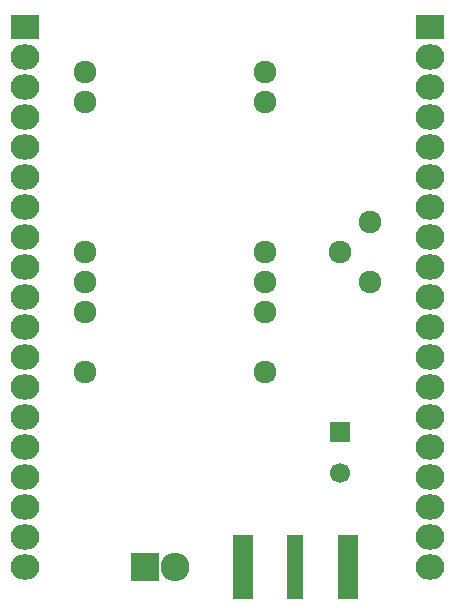
<source format=gbr>
G04 #@! TF.FileFunction,Soldermask,Top*
%FSLAX46Y46*%
G04 Gerber Fmt 4.6, Leading zero omitted, Abs format (unit mm)*
G04 Created by KiCad (PCBNEW 4.0.3+e1-6302~38~ubuntu16.04.1-stable) date Fri Aug 26 16:59:27 2016*
%MOMM*%
%LPD*%
G01*
G04 APERTURE LIST*
%ADD10C,0.100000*%
%ADD11R,2.432000X2.432000*%
%ADD12O,2.432000X2.432000*%
%ADD13C,1.924000*%
%ADD14R,1.670000X5.480000*%
%ADD15R,1.416000X5.480000*%
%ADD16R,2.432000X2.127200*%
%ADD17O,2.432000X2.127200*%
%ADD18C,1.700000*%
%ADD19R,1.700000X1.700000*%
G04 APERTURE END LIST*
D10*
D11*
X69850000Y-100330000D03*
D12*
X72390000Y-100330000D03*
D13*
X86360000Y-73660000D03*
X88900000Y-71120000D03*
X88900000Y-76200000D03*
X64770000Y-58420000D03*
X64770000Y-60960000D03*
X64770000Y-73660000D03*
X64770000Y-76200000D03*
X64770000Y-78740000D03*
X64770000Y-83820000D03*
X80010000Y-83820000D03*
X80010000Y-78740000D03*
X80010000Y-76200000D03*
X80010000Y-73660000D03*
X80010000Y-60960000D03*
X80010000Y-58420000D03*
D14*
X78105000Y-100330000D03*
X86995000Y-100330000D03*
D15*
X82550000Y-100330000D03*
D16*
X59690000Y-54610000D03*
D17*
X59690000Y-57150000D03*
X59690000Y-59690000D03*
X59690000Y-62230000D03*
X59690000Y-64770000D03*
X59690000Y-67310000D03*
X59690000Y-69850000D03*
X59690000Y-72390000D03*
X59690000Y-74930000D03*
X59690000Y-77470000D03*
X59690000Y-80010000D03*
X59690000Y-82550000D03*
X59690000Y-85090000D03*
X59690000Y-87630000D03*
X59690000Y-90170000D03*
X59690000Y-92710000D03*
X59690000Y-95250000D03*
X59690000Y-97790000D03*
X59690000Y-100330000D03*
D16*
X93980000Y-54610000D03*
D17*
X93980000Y-57150000D03*
X93980000Y-59690000D03*
X93980000Y-62230000D03*
X93980000Y-64770000D03*
X93980000Y-67310000D03*
X93980000Y-69850000D03*
X93980000Y-72390000D03*
X93980000Y-74930000D03*
X93980000Y-77470000D03*
X93980000Y-80010000D03*
X93980000Y-82550000D03*
X93980000Y-85090000D03*
X93980000Y-87630000D03*
X93980000Y-90170000D03*
X93980000Y-92710000D03*
X93980000Y-95250000D03*
X93980000Y-97790000D03*
X93980000Y-100330000D03*
D18*
X86360000Y-92400000D03*
D19*
X86360000Y-88900000D03*
M02*

</source>
